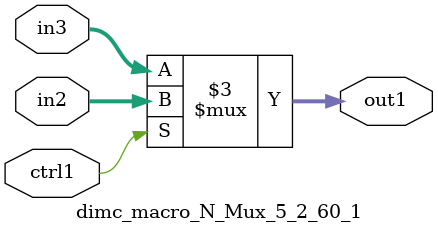
<source format=v>

`timescale 1ps / 1ps


module dimc_macro_N_Mux_5_2_60_1( in3, in2, ctrl1, out1 );

    input [4:0] in3;
    input [4:0] in2;
    input ctrl1;
    output [4:0] out1;
    reg [4:0] out1;

    
    // rtl_process:dimc_macro_N_Mux_5_2_60_1/dimc_macro_N_Mux_5_2_60_1_thread_1
    always @*
      begin : dimc_macro_N_Mux_5_2_60_1_thread_1
        case (ctrl1) 
          1'b1: 
            begin
              out1 = in2;
            end
          default: 
            begin
              out1 = in3;
            end
        endcase
      end

endmodule


</source>
